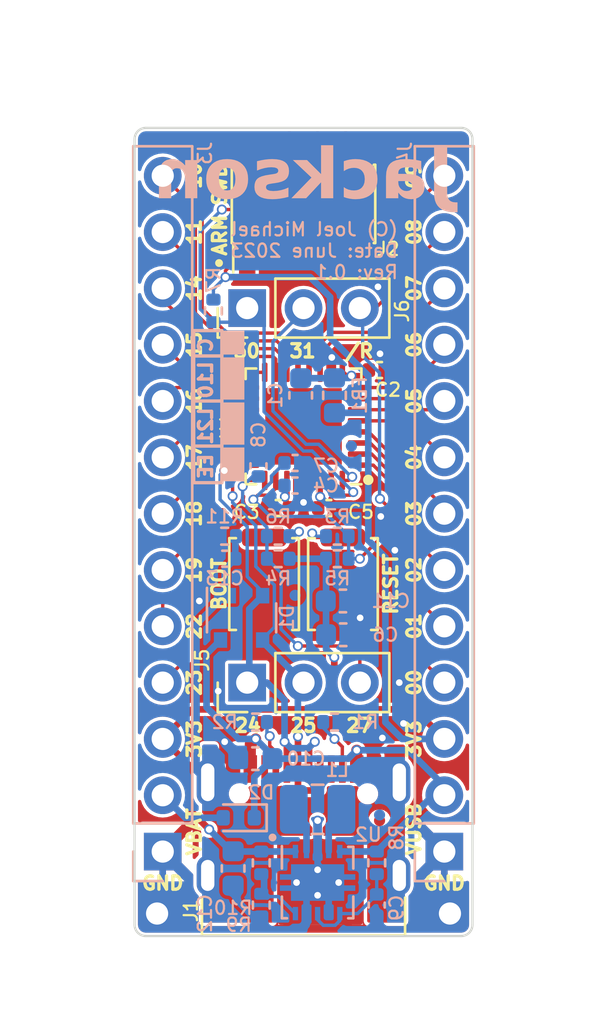
<source format=kicad_pcb>
(kicad_pcb (version 20221018) (generator pcbnew)
  (layers (0 "F.Cu" mixed) (31 "B.Cu" mixed) (34 "B.Paste" user) (35 "F.Paste" user) (36 "B.SilkS" user "B.Silkscreen") (37 "F.SilkS" user "F.Silkscreen") (38 "B.Mask" user) (39 "F.Mask" user) (44 "Edge.Cuts" user))
  (net 0 "")
  (net 3 "GNDS")
  (net 4 "GND")
  (net 5 "/UC_RESET")
  (net 6 "/UC_BOOT")
  (net 7 "/SWDIO")
  (net 8 "/SWCLK")
  (net 12 "Net-(R3-Pad2)")
  (net 13 "Net-(R6-Pad2)")
  (net 14 "/UC_TXD")
  (net 15 "/UC_RXD")
  (net 16 "+3V3")
  (net 17 "Net-(U2-EN)")
  (net 18 "VBUS")
  (net 19 "/VBATT")
  (net 20 "Net-(U2-L2)")
  (net 21 "Net-(U2-L1)")
  (net 22 "/PA19")
  (net 23 "/PA18")
  (net 24 "/PA17")
  (net 25 "/PA16")
  (net 26 "/PA15")
  (net 27 "/PA14")
  (net 28 "/PA11")
  (net 29 "/PA10")
  (net 30 "/PA09")
  (net 31 "/PA08")
  (net 32 "/PA07")
  (net 33 "/PA06")
  (net 34 "/PA05")
  (net 35 "/PA04")
  (net 36 "/PA03")
  (net 37 "/PA01")
  (net 38 "/PA00")
  (net 39 "/VCORE")
  (net 40 "Net-(U2-FB)")
  (net 41 "/VDDANA")
  (net 42 "/CC1")
  (net 43 "/CC2")
  (net 45 "/USB_D+")
  (net 46 "/USB_D-")
  (net 47 "/PA02")
  (footprint "Capacitor_SMD:C_0402_1005Metric" (layer "F.Cu") (at 116.713 125.476 180)
    (fp_text reference "C5")
    (fp_text value "0.1u 10V X7R")
  )
  (footprint "Connector_USB:USB_C_Receptacle_G-Switch_GT-USB-7010ASV" (layer "F.Cu") (at 115.57 140.97)
    (fp_text reference "J1")
    (fp_text value "USB_C_Receptacle_USB2.0")
  )
  (footprint "Fiducial:Fiducial_0.5mm_Mask1mm" (layer "F.Cu") (at 118.999 139.573)
    (fp_text reference "REF**" hide)
    (fp_text value "Fiducial_0.5mm_Mask1mm")
  )
  (footprint "Fiducial:Fiducial_0.5mm_Mask1mm" (layer "F.Cu") (at 119.634 122.174)
    (fp_text reference "REF**" hide)
    (fp_text value "Fiducial_0.5mm_Mask1mm")
  )
  (footprint "Button_Switch_SMD:SW_Push_SPST_NO_Alps_SKRK" (layer "F.Cu") (at 113.792 128.905 -90)
    (fp_text reference "SW2")
    (fp_text value "BOOT")
  )
  (footprint "Fiducial:Fiducial_0.5mm_Mask1mm" (layer "F.Cu") (at 111.887 125.73)
    (fp_text reference "REF**" hide)
    (fp_text value "Fiducial_0.5mm_Mask1mm")
  )
  (footprint "Connector_PinHeader_1.27mm:PinHeader_2x05_P1.27mm_Vertical_SMD" (layer "F.Cu") (at 115.57 111.76 90)
    (fp_text reference "J2")
    (fp_text value "Conn_ARM_JTAG_SWD_10")
  )
  (footprint "Package_DFN_QFN:QFN-32-1EP_5x5mm_P0.5mm_EP3.45x3.45mm" (layer "F.Cu") (at 115.57 121.793 180)
    (fp_text reference "U1")
    (fp_text value "ATSAML21E18B-MUT")
  )
  (footprint "Connector_PinHeader_2.54mm:PinHeader_1x03_P2.54mm_Vertical" (layer "F.Cu") (at 113.03 116.459 90)
    (fp_text reference "J6")
    (fp_text value "Conn_01x03_Pin")
  )
  (footprint "Capacitor_SMD:C_0402_1005Metric" (layer "F.Cu") (at 118.999 119.253 180)
    (fp_text reference "C2")
    (fp_text value "0.1u 10V X7R")
  )
  (footprint "Capacitor_SMD:C_0402_1005Metric" (layer "F.Cu") (at 114.427 125.476)
    (fp_text reference "C3")
    (fp_text value "0.1u 10V X7R")
  )
  (footprint "Fiducial:Fiducial_0.5mm_Mask1mm" (layer "F.Cu") (at 119.253 109.601)
    (fp_text reference "REF**" hide)
    (fp_text value "Fiducial_0.5mm_Mask1mm")
  )
  (footprint "Button_Switch_SMD:SW_Push_SPST_NO_Alps_SKRK" (layer "F.Cu") (at 117.348 128.905 90)
    (fp_text reference "SW1")
    (fp_text value "RESET")
  )
  (footprint "Connector_PinHeader_2.54mm:PinHeader_1x03_P2.54mm_Vertical" (layer "F.Cu") (at 113.03 133.35 90)
    (fp_text reference "J5")
    (fp_text value "Conn_01x03_Pin")
  )
  (footprint "Resistor_SMD:R_0402_1005Metric" (layer "B.Cu") (at 118.872 141.478 -90)
    (fp_text reference "R8")
    (fp_text value "100R")
  )
  (footprint "Diode_SMD:D_SOD-523" (layer "B.Cu") (at 112.649 139.446 180)
    (fp_text reference "D2")
    (fp_text value "NSR05T30XV2")
  )
  (footprint "Resistor_SMD:R_0402_1005Metric" (layer "B.Cu") (at 116.967 135.128)
    (fp_text reference "R1")
    (fp_text value "5.1k 1%")
  )
  (footprint "Resistor_SMD:R_0402_1005Metric" (layer "B.Cu") (at 114.427 126.746)
    (fp_text reference "R6")
    (fp_text value "1k")
  )
  (footprint "Resistor_SMD:R_0402_1005Metric" (layer "B.Cu") (at 114.427 127.762 180)
    (fp_text reference "R4")
    (fp_text value "10k")
  )
  (footprint "Capacitor_SMD:C_0603_1608Metric" (layer "B.Cu") (at 115.443 120.396 90)
    (fp_text reference "C1")
    (fp_text value "10u 10V X7R")
  )
  (footprint "Fiducial:Fiducial_0.5mm_Mask1mm" (layer "B.Cu") (at 117.729 122.682 180)
    (fp_text reference "REF**" hide)
    (fp_text value "Fiducial_0.5mm_Mask1mm")
  )
  (footprint "Fiducial:Fiducial_0.5mm_Mask1mm" (layer "B.Cu") (at 118.999 139.319 180)
    (fp_text reference "REF**" hide)
    (fp_text value "Fiducial_0.5mm_Mask1mm")
  )
  (footprint "Connector_PinHeader_2.54mm:PinHeader_1x13_P2.54mm_Vertical" (layer "B.Cu") (at 109.22 140.97)
    (fp_text reference "J3")
    (fp_text value "Conn_01x13_Pin")
  )
  (footprint "Capacitor_SMD:C_0402_1005Metric" (layer "B.Cu") (at 113.538 123.571 -90)
    (fp_text reference "C8")
    (fp_text value "0.1u 10V X7R")
  )
  (footprint "Capacitor_SMD:C_0402_1005Metric" (layer "B.Cu") (at 118.872 143.383 90)
    (fp_text reference "C9")
    (fp_text value "0.1u 10V X7R")
  )
  (footprint "Capacitor_SMD:C_0402_1005Metric" (layer "B.Cu") (at 115.189 123.444 180)
    (fp_text reference "C7")
    (fp_text value "0.1u 10V X7R")
  )
  (footprint "Inductor_SMD:L_0603_1608Metric" (layer "B.Cu") (at 116.967 120.396 90)
    (fp_text reference "FB1")
    (fp_text value "220R@100MHz")
  )
  (footprint "Connector_PinHeader_2.54mm:PinHeader_1x13_P2.54mm_Vertical" (layer "B.Cu") (at 121.92 140.97)
    (fp_text reference "J4")
    (fp_text value "Conn_01x13_Pin")
  )
  (footprint "Resistor_SMD:R_0402_1005Metric" (layer "B.Cu") (at 117.094 126.746 180)
    (fp_text reference "R3")
    (fp_text value "1k")
  )
  (footprint "Resistor_SMD:R_0402_1005Metric" (layer "B.Cu") (at 112.014 126.746 180)
    (fp_text reference "R11")
    (fp_text value "1M")
  )
  (footprint "Capacitor_SMD:C_0603_1608Metric" (layer "B.Cu") (at 117.348 129.667 180)
    (fp_text reference "C11")
    (fp_text value "10u 10V X7R")
  )
  (footprint "Inductor_SMD:L_1008_2520Metric" (layer "B.Cu") (at 116.205 139.065)
    (fp_text reference "L1")
    (fp_text value "2.2u")
  )
  (footprint "Resistor_SMD:R_0402_1005Metric" (layer "B.Cu") (at 113.665 143.383 -90)
    (fp_text reference "R9")
    (fp_text value "180k 1%")
  )
  (footprint "Resistor_SMD:R_0402_1005Metric" (layer "B.Cu") (at 111.506 116.586 -90)
    (fp_text reference "R7")
    (fp_text value "1k")
  )
  (footprint "Capacitor_SMD:C_0402_1005Metric" (layer "B.Cu") (at 115.189 124.46 180)
    (fp_text reference "C4")
    (fp_text value "1u 10V X7R")
  )
  (footprint "Package_TO_SOT_SMD:SOT-143" (layer "B.Cu") (at 112.776 130.429 -90)
    (fp_text reference "D1")
    (fp_text value "PRTR5V0U2X")
  )
  (footprint "Fiducial:Fiducial_0.5mm_Mask1mm" (layer "B.Cu") (at 115.189 129.413 180)
    (fp_text reference "REF**" hide)
    (fp_text value "Fiducial_0.5mm_Mask1mm")
  )
  (footprint "Resistor_SMD:R_0402_1005Metric" (layer "B.Cu") (at 117.094 127.762)
    (fp_text reference "R5")
    (fp_text value "10k")
  )
  (footprint "Package_SON:Texas_DRC0010J_ThermalVias" (layer "B.Cu") (at 116.205 142.367 -90)
    (fp_text reference "U2")
    (fp_text value "TPS63000")
  )
  (footprint "Capacitor_SMD:C_0402_1005Metric" (layer "B.Cu") (at 112.014 127.762 180)
    (fp_text reference "C13")
    (fp_text value "4.7n 50V X7R")
  )
  (footprint "Resistor_SMD:R_0402_1005Metric" (layer "B.Cu") (at 113.411 135.128 180)
    (fp_text reference "R2")
    (fp_text value "5.1k 1%")
  )
  (footprint "Capacitor_SMD:C_0603_1608Metric" (layer "B.Cu") (at 112.395 141.732 90)
    (fp_text reference "C12")
    (fp_text value "10u 10V X7R")
  )
  (footprint "Capacitor_SMD:C_0603_1608Metric" (layer "B.Cu") (at 113.398 136.779)
    (fp_text reference "C10")
    (fp_text value "10u 10V X7R")
  )
  (footprint "Resistor_SMD:R_0402_1005Metric" (layer "B.Cu") (at 113.665 141.478 -90)
    (fp_text reference "R10")
    (fp_text value "1M 1%")
  )
  (footprint "Capacitor_SMD:C_0603_1608Metric" (layer "B.Cu") (at 117.361 131.191 180)
    (fp_text reference "C6")
    (fp_text value "10u 10V X7R")
  )
  (gr_circle (center 114.173 140.335) (end 114.3 140.335) (stroke (width 0.1)) (fill solid) (layer "B.SilkS"))
  (gr_rect (start 111.887 117.475) (end 112.903 118.5545) (fill solid) (layer "B.SilkS"))
  (gr_rect (start 110.617 122.682) (end 111.887 124.333) (stroke (width 0.15)) (fill none) (layer "B.SilkS"))
  (gr_rect (start 110.617 118.618) (end 111.887 120.65) (stroke (width 0.15)) (fill none) (layer "B.SilkS"))
  (gr_rect (start 111.887 120.7135) (end 112.903 122.6185) (fill solid) (layer "B.SilkS"))
  (gr_rect (start 110.617 117.475) (end 111.887 118.618) (stroke (width 0.15)) (fill none) (layer "B.SilkS"))
  (gr_rect (start 110.617 120.65) (end 111.887 122.682) (stroke (width 0.15)) (fill none) (layer "B.SilkS"))
  (gr_rect (start 111.887 122.7455) (end 112.903 124.2695) (fill solid) (layer "B.SilkS"))
  (gr_rect (start 111.887 118.6815) (end 112.903 120.5865) (fill solid) (layer "B.SilkS"))
  (gr_circle (center 111.76 114.427) (end 111.887 114.427) (stroke (width 0.1)) (fill solid) (layer "F.SilkS"))
  (gr_circle (center 118.491 124.206) (end 118.6688 124.1552) (stroke (width 0.1)) (fill solid) (layer "F.SilkS"))
  (gr_arc (start 122.682 108.331) (mid 123.04121 108.47979) (end 123.19 108.839) (stroke (width 0.1)) (layer "Edge.Cuts"))
  (gr_arc (start 123.19 144.272) (mid 123.04121 144.63121) (end 122.682 144.78) (stroke (width 0.1)) (layer "Edge.Cuts"))
  (gr_arc (start 108.458 144.78) (mid 108.09879 144.63121) (end 107.95 144.272) (stroke (width 0.1)) (layer "Edge.Cuts"))
  (gr_arc (start 107.95 108.839) (mid 108.09879 108.47979) (end 108.458 108.331) (stroke (width 0.1)) (layer "Edge.Cuts"))
  (gr_line (start 107.95 144.272) (end 107.95 108.839) (stroke (width 0.1)) (layer "Edge.Cuts"))
  (gr_line (start 122.682 144.78) (end 108.458 144.78) (stroke (width 0.1)) (layer "Edge.Cuts"))
  (gr_line (start 123.19 108.839) (end 123.19 144.272) (stroke (width 0.1)) (layer "Edge.Cuts"))
  (gr_line (start 122.682 108.331) (end 108.458 108.331) (stroke (width 0.1)) (layer "Edge.Cuts"))
  (gr_text "C L10 L21 EE" (at 111.506 117.729 90) (layer "B.SilkS") (effects (font (size 0.6 0.6)) (justify left bottom mirror)))
  (gr_text "Jackson" (at 115.57 111.887) (layer "B.SilkS") (effects (font (size 2.25 2.25) (thickness 0.4) bold) (justify bottom mirror)))
  (gr_text "(C) Joel Michael\nDate: June 2023\nRev: 0.1" (at 119.888 115.189) (layer "B.SilkS") (effects (font (size 0.6 0.6) (thickness 0.1) bold) (justify left bottom mirror)))
  (gr_text "ARM SWD" (at 112.141 112.014 90) (layer "F.SilkS") (effects (font (size 0.6 0.6) (thickness 0.15) bold) (justify bottom)))
  (gr_text "19" (at 110.998 128.27 90) (layer "F.SilkS") (effects (font (size 0.6 0.6) (thickness 0.15) bold) (justify bottom)))
  (gr_text "15" (at 110.998 118.11 90) (layer "F.SilkS") (effects (font (size 0.6 0.6) (thickness 0.15) bold) (justify bottom)))
  (gr_text "06" (at 120.904 118.11 90) (layer "F.SilkS") (effects (font (size 0.6 0.6)) (justify bottom)))
  (gr_text "02" (at 120.904 128.27 90) (layer "F.SilkS") (effects (font (size 0.6 0.6)) (justify bottom)))
  (gr_text "05" (at 120.904 120.65 90) (layer "F.SilkS") (effects (font (size 0.6 0.6)) (justify bottom)))
  (gr_text "VUSB" (at 120.904 139.954 90) (layer "F.SilkS") (effects (font (size 0.6 0.6) (thickness 0.15) bold) (justify bottom)))
  (gr_text "GND" (at 109.22 142.748) (layer "F.SilkS") (effects (font (size 0.6 0.6) (thickness 0.15) bold) (justify bottom)))
  (gr_text "16" (at 110.998 120.65 90) (layer "F.SilkS") (effects (font (size 0.6 0.6) (thickness 0.15) bold) (justify bottom)))
  (gr_text "22" (at 110.998 130.81 90) (layer "F.SilkS") (effects (font (size 0.6 0.6) (thickness 0.15) bold) (justify bottom)))
  (gr_text "09" (at 120.904 110.49 90) (layer "F.SilkS") (effects (font (size 0.6 0.6)) (justify bottom)))
  (gr_text "VBAT" (at 110.99 140.08 90) (layer "F.SilkS") (effects (font (size 0.6 0.6) (thickness 0.15) bold) (justify bottom)))
  (gr_text "GND" (at 121.92 142.748) (layer "F.SilkS") (effects (font (size 0.6 0.6) (thickness 0.15) bold) (justify bottom)))
  (gr_text "07" (at 120.904 115.57 90) (layer "F.SilkS") (effects (font (size 0.6 0.6)) (justify bottom)))
  (gr_text "00" (at 120.904 133.35 90) (layer "F.SilkS") (effects (font (size 0.6 0.6)) (justify bottom)))
  (gr_text "23" (at 110.998 133.35 90) (layer "F.SilkS") (effects (font (size 0.6 0.6) (thickness 0.15) bold) (justify bottom)))
  (gr_text "17" (at 110.998 123.19 90) (layer "F.SilkS") (effects (font (size 0.6 0.6) (thickness 0.15) bold) (justify bottom)))
  (gr_text "3V3" (at 110.998 135.89 90) (layer "F.SilkS") (effects (font (size 0.6 0.6) (thickness 0.15) bold) (justify bottom)))
  (gr_text "30   31   /R" (at 115.57 118.745) (layer "F.SilkS") (effects (font (size 0.6 0.6) (thickness 0.15) bold) (justify bottom)))
  (gr_text "3V3" (at 120.904 135.89 90) (layer "F.SilkS") (effects (font (size 0.6 0.6) (thickness 0.15) bold) (justify bottom)))
  (gr_text "14" (at 110.998 115.57 90) (layer "F.SilkS") (effects (font (size 0.6 0.6) (thickness 0.15) bold) (justify bottom)))
  (gr_text "04" (at 120.904 123.19 90) (layer "F.SilkS") (effects (font (size 0.6 0.6)) (justify bottom)))
  (gr_text "08" (at 120.904 113.03 90) (layer "F.SilkS") (effects (font (size 0.6 0.6)) (justify bottom)))
  (gr_text "24   25   27" (at 115.57 135.636) (layer "F.SilkS") (effects (font (size 0.6 0.6) (thickness 0.15) bold) (justify bottom)))
  (gr_text "11" (at 110.998 113.03 90) (layer "F.SilkS") (effects (font (size 0.6 0.6) (thickness 0.15) bold) (justify bottom)))
  (gr_text "18" (at 110.998 125.73 90) (layer "F.SilkS") (effects (font (size 0.6 0.6) (thickness 0.15) bold) (justify bottom)))
  (gr_text "03" (at 120.904 125.73 90) (layer "F.SilkS") (effects (font (size 0.6 0.6)) (justify bottom)))
  (gr_text "10" (at 110.998 110.49 90) (layer "F.SilkS") (effects (font (size 0.6 0.6)) (justify bottom)))
  (gr_text "01" (at 120.904 130.81 90) (layer "F.SilkS") (effects (font (size 0.6 0.6)) (justify bottom)))
  (segment (start 119.89 137.845) (end 118.8164 138.9186) (width 0.1524) (layer "F.Cu") (net 3))
  (segment (start 112.2519 141.0431) (end 112.2519 138.8469) (width 0.1524) (layer "F.Cu") (net 3))
  (segment (start 118.8164 138.9186) (end 112.3236 138.9186) (width 0.1524) (layer "F.Cu") (net 3))
  (segment (start 112.3236 138.9186) (end 111.25 137.845) (width 0.1524) (layer "F.Cu") (net 3))
  (segment (start 111.25 142.045) (end 112.2519 141.0431) (width 0.1524) (layer "F.Cu") (net 3))
  (segment (start 119.89 142.045) (end 119.89 137.845) (width 0.1524) (layer "F.Cu") (net 3))
  (segment (start 112.2519 138.8469) (end 111.25 137.845) (width 0.1524) (layer "F.Cu") (net 3))
  (segment (start 110.744 137.339) (end 111.25 137.845) (width 0.3) (layer "B.Cu") (net 3))
  (segment (start 112.524 126.746) (end 112.494 126.776) (width 0.3) (layer "B.Cu") (net 3))
  (segment (start 112.026 129.429) (end 110.744 130.711) (width 0.3) (layer "B.Cu") (net 3))
  (segment (start 112.014 128.242) (end 112.014 129.417) (width 0.3) (layer "B.Cu") (net 3))
  (segment (start 110.744 130.711) (end 110.744 137.339) (width 0.3) (layer "B.Cu") (net 3))
  (segment (start 112.494 127.762) (end 112.014 128.242) (width 0.3) (layer "B.Cu") (net 3))
  (segment (start 112.014 129.417) (end 112.026 129.429) (width 0.3) (layer "B.Cu") (net 3))
  (segment (start 112.494 126.776) (end 112.494 127.762) (width 0.3) (layer "B.Cu") (net 3))
  (segment (start 119.020029 118.518) (end 117.012392 118.518) (width 0.3) (layer "F.Cu") (net 4))
  (segment (start 113.947 125.476) (end 114.5344 126.0634) (width 0.25) (layer "F.Cu") (net 4))
  (segment (start 116.84 118.690392) (end 116.845445 118.684947) (width 0.1524) (layer "F.Cu") (net 4))
  (segment (start 116.84 119.3355) (end 116.84 118.690392) (width 0.1524) (layer "F.Cu") (net 4))
  (segment (start 118.77 137.245) (end 118.77 136.2021) (width 0.5) (layer "F.Cu") (net 4))
  (segment (start 114.486 130.429) (end 118.123 130.429) (width 0.1524) (layer "F.Cu") (net 4))
  (segment (start 116.205 141.792) (end 115.83 141.792) (width 0.1524) (layer "F.Cu") (net 4))
  (segment (start 116.58 141.792) (end 117.155 142.367) (width 0.1524) (layer "F.Cu") (net 4))
  (segment (start 119.479 118.976971) (end 119.020029 118.518) (width 0.3) (layer "F.Cu") (net 4))
  (segment (start 120.6984 144.4776) (end 117.740596 144.4776) (width 0.3) (layer "F.Cu") (net 4))
  (segment (start 119.4239 135.8461) (end 119.126 135.8461) (width 0.1524) (layer "F.Cu") (net 4))
  (segment (start 115.83 142.942) (end 116.204998 142.942) (width 0.1524) (layer "F.Cu") (net 4))
  (segment (start 118.123 130.429) (end 118.123 128.9469) (width 0.1524) (layer "F.Cu") (net 4))
  (segment (start 114.669398 144.4776) (end 116.204998 142.942) (width 0.3) (layer "F.Cu") (net 4))
  (segment (start 115.219893 126.0634) (end 115.57 125.713293) (width 0.25) (layer "F.Cu") (net 4))
  (segment (start 116.0892 115.3132) (end 118.7422 115.3132) (width 0.1524) (layer "F.Cu") (net 4))
  (segment (start 116.205 141.792) (end 116.58 141.792) (width 0.1524) (layer "F.Cu") (net 4))
  (segment (start 115.255 142.367) (end 115.83 142.942) (width 0.1524) (layer "F.Cu") (net 4))
  (segment (start 117.193 125.476) (end 116.6056 126.0634) (width 0.25) (layer "F.Cu") (net 4))
  (segment (start 116.205 141.665) (end 116.205 139.573) (width 0.1524) (layer "F.Cu") (net 4))
  (segment (start 115.57 125.713293) (end 115.57 125.222) (width 0.25) (layer "F.Cu") (net 4))
  (segment (start 119.020029 118.518) (end 119.020028 118.517999) (width 0.1524) (layer "F.Cu") (net 4))
  (segment (start 120.643654 139.693654) (end 120.643654 135.756654) (width 0.1524) (layer "F.Cu") (net 4))
  (segment (start 119.888 133.35) (end 119.888 132.194) (width 0.1524) (layer "F.Cu") (net 4))
  (segment (start 109.22 140.97) (end 109.22 143.129) (width 0.3) (layer "F.Cu") (net 4))
  (segment (start 111.6995 130.4955) (end 111.6995 133.707699) (width 0.1524) (layer "F.Cu") (net 4))
  (segment (start 113.792 131.005) (end 112.209 131.005) (width 0.1524) (layer "F.Cu") (net 4))
  (segment (start 121.92 140.97) (end 120.643654 139.693654) (width 0.1524) (layer "F.Cu") (net 4))
  (segment (start 115.83 141.792) (end 115.255 142.367) (width 0.1524) (layer "F.Cu") (net 4))
  (segment (start 118.426199 135.146299) (end 119.126 135.8461) (width 0.3) (layer "F.Cu") (net 4))
  (segment (start 120.643654 135.756654) (end 120.0785 135.1915) (width 0.1524) (layer "F.Cu") (net 4))
  (segment (start 120.0785 135.1915) (end 119.4239 135.8461) (width 0.1524) (layer "F.Cu") (net 4))
  (segment (start 115.57 114.794) (end 116.0892 115.3132) (width 0.1524) (layer "F.Cu") (net 4))
  (segment (start 109.22 143.129) (end 110.5686 144.4776) (width 0.3) (layer "F.Cu") (net 4))
  (segment (start 116.58 142.942) (end 117.155 142.367) (width 0.1524) (layer "F.Cu") (net 4))
  (segment (start 121.92 140.97) (end 121.92 143.256) (width 0.3) (layer "F.Cu") (net 4))
  (segment (start 121.92 143.256) (end 120.6984 144.4776) (width 0.3) (layer "F.Cu") (net 4))
  (segment (start 111.6995 130.4955) (end 110.871 129.667) (width 0.1524) (layer "F.Cu") (net 4))
  (segment (start 115.83 142.942) (end 116.204996 142.942) (width 0.1524) (layer "F.Cu") (net 4))
  (segment (start 118.7422 115.3132) (end 118.9269 115.4979) (width 0.1524) (layer "F.Cu") (net 4))
  (segment (start 116.204996 142.942) (end 116.58 142.942) (width 0.1524) (layer "F.Cu") (net 4))
  (segment (start 112.884701 135.146299) (end 118.426199 135.146299) (width 0.3) (layer "F.Cu") (net 4))
  (segment (start 114.5344 126.0634) (end 115.219893 126.0634) (width 0.25) (layer "F.Cu") (net 4))
  (segment (start 112.209 131.005) (end 111.6995 130.4955) (width 0.1524) (layer "F.Cu") (net 4))
  (segment (start 111.6995 133.707699) (end 111.722801 133.731) (width 0.1524) (layer "F.Cu") (net 4))
  (segment (start 110.5686 144.4776) (end 114.669398 144.4776) (width 0.3) (layer "F.Cu") (net 4))
  (segment (start 116.6056 126.0634) (end 115.920107 126.0634) (width 0.25) (layer "F.Cu") (net 4))
  (segment (start 113.851 131.064) (end 114.486 130.429) (width 0.1524) (layer "F.Cu") (net 4))
  (segment (start 112.014 136.017) (end 112.884701 135.146299) (width 0.3) (layer "F.Cu") (net 4))
  (segment (start 118.77 136.2021) (end 119.126 135.8461) (width 0.5) (layer "F.Cu") (net 4))
  (segment (start 117.740596 144.4776) (end 116.204996 142.942) (width 0.3) (layer "F.Cu") (net 4))
  (segment (start 117.193 125.476) (end 118.6729 125.476) (width 0.1524) (layer "F.Cu") (net 4))
  (segment (start 115.920107 126.0634) (end 115.57 125.713293) (width 0.25) (layer "F.Cu") (net 4))
  (segment (start 114.3 113.964) (end 115.57 113.964) (width 0.1524) (layer "F.Cu") (net 4))
  (segment (start 119.888 132.194) (end 118.123 130.429) (width 0.1524) (layer "F.Cu") (net 4))
  (segment (start 118.123 128.9469) (end 119.6889 127.381) (width 0.1524) (layer "F.Cu") (net 4))
  (segment (start 118.9269 115.4979) (end 118.9269 115.499866) (width 0.1524) (layer "F.Cu") (net 4))
  (segment (start 118.6729 125.476) (end 119.0539 125.857) (width 0.1524) (layer "F.Cu") (net 4))
  (segment (start 112.37 136.966822) (end 112.014 136.610822) (width 0.5) (layer "F.Cu") (net 4))
  (segment (start 112.014 136.610822) (end 112.014 136.017) (width 0.5) (layer "F.Cu") (net 4))
  (segment (start 115.32 124.972) (end 115.57 125.222) (width 0.25) (layer "F.Cu") (net 4))
  (segment (start 117.012392 118.518) (end 116.845445 118.684947) (width 0.3) (layer "F.Cu") (net 4))
  (segment (start 115.32 124.2305) (end 115.32 124.972) (width 0.25) (layer "F.Cu") (net 4))
  (segment (start 119.479 119.253) (end 119.479 118.976971) (width 0.3) (layer "F.Cu") (net 4))
  (via (at 116.205 139.573) (size 0.45) (drill 0.3) (layers "F.Cu" "B.Cu") (net 4))
  (via (at 112.014 136.017) (size 0.45) (drill 0.3) (layers "F.Cu" "B.Cu") (net 4))
  (via (at 120.0785 135.1915) (size 0.45) (drill 0.3) (layers "F.Cu" "B.Cu") (net 4))
  (via (at 116.845445 118.684947) (size 0.45) (drill 0.3) (layers "F.Cu" "B.Cu") (net 4))
  (via (at 108.966 143.764) (size 1.15) (drill 1) (layers "F.Cu" "B.Cu") (net 4))
  (via (at 118.123 130.429) (size 0.45) (drill 0.3) (layers "F.Cu" "B.Cu") (net 4))
  (via (at 119.6889 127.381) (size 0.45) (drill 0.3) (layers "F.Cu" "B.Cu") (net 4))
  (via (at 115.57 125.222) (size 0.45) (drill 0.3) (layers "F.Cu" "B.Cu") (net 4))
  (via (at 119.0539 125.857) (size 0.45) (drill 0.3) (layers "F.Cu" "B.Cu") (net 4))
  (via (at 119.888 133.35) (size 0.45) (drill 0.3) (layers "F.Cu" "B.Cu") (net 4))
  (via (at 110.871 129.667) (size 0.45) (drill 0.3) (layers "F.Cu" "B.Cu") (net 4))
  (via (at 122.174 143.764) (size 1.15) (drill 1) (layers "F.Cu" "B.Cu") (net 4))
  (via (at 111.722801 133.731) (size 0.45) (drill 0.3) (layers "F.Cu" "B.Cu") (net 4))
  (via (at 118.9269 115.499866) (size 0.45) (drill 0.3) (layers "F.Cu" "B.Cu") (net 4))
  (via (at 119.126 135.8461) (size 0.45) (drill 0.3) (layers "F.Cu" "B.Cu") (net 4))
  (via (at 119.020028 118.517999) (size 0.45) (drill 0.3) (layers "F.Cu" "B.Cu") (net 4))
  (segment (start 113.286 143.893) (end 113.792 143.893) (width 0.3) (layer "B.Cu") (net 4))
  (segment (start 114.396604 122.8578) (end 114.163404 123.091) (width 0.1524) (layer "B.Cu") (net 4))
  (segment (start 113.792 143.893) (end 113.792 144.4776) (width 0.3) (layer "B.Cu") (net 4))
  (segment (start 119.0539 126.746) (end 119.6889 127.381) (width 0.1524) (layer "B.Cu") (net 4))
  (segment (start 121.92 143.256) (end 121.92 140.97) (width 0.3) (layer "B.Cu") (net 4))
  (segment (start 111.504 123.573) (end 111.504 126.746) (width 0.1524) (layer "B.Cu") (net 4))
  (segment (start 115.443 121.171) (end 114.618 120.346) (width 0.3) (layer "B.Cu") (net 4))
  (segment (start 115.669 123.444) (end 115.0828 122.8578) (width 0.1524) (layer "B.Cu") (net 4))
  (segment (start 111.534 126.776) (end 111.534 127.762) (width 0.1524) (layer "B.Cu") (net 4))
  (segment (start 111.534 127.762) (end 110.871 128.425) (width 0.1524) (layer "B.Cu") (net 4))
  (segment (start 112.623 136.779) (end 112.014 136.17) (width 0.3) (layer "B.Cu") (net 4))
  (segment (start 114.618 120.346) (end 114.618 119.157827) (width 0.3) (layer "B.Cu") (net 4))
  (segment (start 112.522 143.129) (end 113.286 143.893) (width 0.3) (layer "B.Cu") (net 4))
  (segment (start 109.22 143.129) (end 110.568601 144.4776) (width 0.3) (layer "B.Cu") (net 4))
  (segment (start 119.888 135.001) (end 120.0785 135.1915) (width 0.1524) (layer "B.Cu") (net 4))
  (segment (start 117.348 144.4776) (end 120.6984 144.4776) (width 0.3) (layer "B.Cu") (net 4))
  (segment (start 119.0539 125.857) (end 119.0539 126.746) (width 0.1524) (layer "B.Cu") (net 4))
  (segment (start 112.901 135.128) (end 112.5032 135.128) (width 0.3) (layer "B.Cu") (net 4))
  (segment (start 109.22 140.97) (end 109.22 143.129) (width 0.3) (layer "B.Cu") (net 4))
  (segment (start 120.6984 144.4776) (end 121.92 143.256) (width 0.3) (layer "B.Cu") (net 4))
  (segment (start 119.888 133.35) (end 119.888 135.001) (width 0.1524) (layer "B.Cu") (net 4))
  (segment (start 119.0539 125.857) (end 119.471 125.4399) (width 0.1524) (layer "B.Cu") (net 4))
  (segment (start 110.871 128.425) (end 110.871 129.667) (width 0.1524) (layer "B.Cu") (net 4))
  (segment (start 114.618 119.157827) (end 115.09088 118.684947) (width 0.3) (layer "B.Cu") (net 4))
  (segment (start 114.163404 123.091) (end 111.986 123.091) (width 0.1524) (layer "B.Cu") (net 4))
  (segment (start 117.477 135.128) (end 118.4079 135.128) (width 0.1524) (layer "B.Cu") (net 4))
  (segment (start 110.568601 144.4776) (end 115.5192 144.4776) (width 0.3) (layer "B.Cu") (net 4))
  (segment (start 112.014 136.17) (end 112.014 136.017) (width 0.3) (layer "B.Cu") (net 4))
  (segment (start 116.705 143.767) (end 116.705 142.994) (width 0.3) (layer "B.Cu") (net 4))
  (segment (start 118.872 144.4776) (end 118.872 143.99) (width 0.3) (layer "B.Cu") (net 4))
  (segment (start 115.697 124.587) (end 115.697 123.472) (width 0.1524) (layer "B.Cu") (net 4))
  (segment (start 119.385 115.957966) (end 118.9269 115.499866) (width 0.1524) (layer "B.Cu") (net 4))
  (segment (start 112.522 142.507) (end 112.522 143.129) (width 0.3) (layer "B.Cu") (net 4))
  (segment (start 115.705 144.2918) (end 115.705 142.994) (width 0.3) (layer "B.Cu") (net 4))
  (segment (start 119.020028 118.517999) (end 119.385 118.153027) (width 0.1524) (layer "B.Cu") (net 4))
  (segment (start 116.451 141.792) (end 116.205 141.546) (width 0.3) (layer "B.Cu") (net 4))
  (segment (start 115.09088 118.684947) (end 116.845445 118.684947) (width 0.3) (layer "B.Cu") (net 4))
  (segment (start 118.4079 135.128) (end 119.126 135.8461) (width 0.1524) (layer "B.Cu") (net 4))
  (segment (start 116.205 141.546) (end 116.205 139.573) (width 0.3) (layer "B.Cu") (net 4))
  (segment (start 111.986 123.091) (end 111.504 123.573) (width 0.1524) (layer "B.Cu") (net 4))
  (segment (start 115.5192 144.4776) (end 115.705 144.2918) (width 0.3) (layer "B.Cu") (net 4))
  (segment (start 118.123 129.667) (end 118.123 130.429) (width 0.3) (layer "B.Cu") (net 4))
  (segment (start 118.123 131.318) (end 118.123 130.429) (width 0.3) (layer "B.Cu") (net 4))
  (segment (start 119.385 118.153027) (end 119.385 115.957966) (width 0.1524) (layer "B.Cu") (net 4))
  (segment (start 112.5032 135.128) (end 111.722801 134.347601) (width 0.3) (layer "B.Cu") (net 4))
  (segment (start 119.471 118.968971) (end 119.020028 118.517999) (width 0.1524) (layer "B.Cu") (net 4))
  (segment (start 115.0828 122.8578) (end 114.396604 122.8578) (width 0.1524) (layer "B.Cu") (net 4))
  (segment (start 111.722801 134.347601) (end 111.722801 133.731) (width 0.3) (layer "B.Cu") (net 4))
  (segment (start 119.471 125.4399) (end 119.471 118.968971) (width 0.1524) (layer "B.Cu") (net 4))
  (segment (start 111.504 126.746) (end 111.534 126.776) (width 0.1524) (layer "B.Cu") (net 4))
  (segment (start 114.003078 124.8966) (end 113.506668 124.8966) (width 0.1524) (layer "F.Cu") (net 5))
  (segment (start 119.507 126.365) (end 118.11 127.762) (width 0.1524) (layer "F.Cu") (net 5))
  (segment (start 113.506668 124.8966) (end 113.308268 125.095) (width 0.1524) (layer "F.Cu") (net 5))
  (segment (start 119.38 115.897804) (end 119.38 111.334) (width 0.1524) (layer "F.Cu") (net 5))
  (segment (start 118.691804 116.586) (end 119.38 115.897804) (width 0.1524) (layer "F.Cu") (net 5))
  (segment (start 119.0179 125.058451) (end 119.507 125.547551) (width 0.1524) (layer "F.Cu") (net 5))
  (segment (start 119.507 125.547551) (end 119.507 126.365) (width 0.1524) (layer "F.Cu") (net 5))
  (segment (start 114.32 124.579678) (end 114.003078 124.8966) (width 0.1524) (layer "F.Cu") (net 5))
  (segment (start 119.38 111.334) (end 118.11 110.064) (width 0.1524) (layer "F.Cu") (net 5))
  (via (at 119.0179 125.058451) (size 0.45) (drill 0.3) (layers "F.Cu" "B.Cu") (net 5))
  (via (at 113.308268 125.095) (size 0.45) (drill 0.3) (layers "F.Cu" "B.Cu") (net 5))
  (via (at 118.11 127.762) (size 0.45) (drill 0.3) (layers "F.Cu" "B.Cu") (net 5))
  (segment (start 114.070268 125.857) (end 113.308268 125.095) (width 0.1524) (layer "B.Cu") (net 5))
  (segment (start 118.237 116.586) (end 118.237 118.618) (width 0.1524) (layer "B.Cu") (net 5))
  (segment (start 118.237 118.618) (end 118.999 119.38) (width 0.1524) (layer "B.Cu") (net 5))
  (segment (start 114.1242 124.0288) (end 114.1242 124.296079) (width 0.1524) (layer "B.Cu") (net 5))
  (segment (start 116.715 125.857) (end 114.070268 125.857) (width 0.1524) (layer "B.Cu") (net 5))
  (segment (start 118.999 125.039551) (end 119.0179 125.058451) (width 0.1524) (layer "B.Cu") (net 5))
  (segment (start 114.1242 124.296079) (end 113.325279 125.095) (width 0.1524) (layer "B.Cu") (net 5))
  (segment (start 114.709 123.444) (end 114.1242 124.0288) (width 0.1524) (layer "B.Cu") (net 5))
  (segment (start 117.604 127.762) (end 118.11 127.762) (width 0.1524) (layer "B.Cu") (net 5))
  (segment (start 113.325279 125.095) (end 113.308268 125.095) (width 0.1524) (layer "B.Cu") (net 5))
  (segment (start 118.999 119.38) (end 118.999 125.039551) (width 0.1524) (layer "B.Cu") (net 5))
  (segment (start 117.604 126.746) (end 117.604 127.762) (width 0.1524) (layer "B.Cu") (net 5))
  (segment (start 117.604 126.746) (end 116.715 125.857) (width 0.1524) (layer "B.Cu") (net 5))
  (segment (start 118.11 132.147919) (end 118.11 133.35) (width 0.1524) (layer "F.Cu") (net 6))
  (segment (start 113.82 124.2305) (end 113.094682 124.2305) (width 0.1524) (layer "F.Cu") (net 6))
  (segment (start 117.661081 131.699) (end 118.11 132.147919) (width 0.1524) (layer "F.Cu") (net 6))
  (segment (start 115.316 131.699) (end 117.661081 131.699) (width 0.1524) (layer "F.Cu") (net 6))
  (segment (start 113.094682 124.2305) (end 112.82513 124.500052) (width 0.1524) (layer "F.Cu") (net 6))
  (via (at 112.82513 124.500052) (size 0.45) (drill 0.3) (layers "F.Cu" "B.Cu") (net 6))
  (via (at 115.316 131.699) (size 0.45) (drill 0.3) (layers "F.Cu" "B.Cu") (net 6))
  (segment (start 113.919 126.748) (end 113.917 126.746) (width 0.1524) (layer "B.Cu") (net 6))
  (segment (start 113.917 127.762) (end 113.917 127.635) (width 0.1524) (layer "B.Cu") (net 6))
  (segment (start 113.917 126.344513) (end 112.82513 125.252643) (width 0.1524) (layer "B.Cu") (net 6))
  (segment (start 113.917 127.635) (end 113.919 127.633) (width 0.1524) (layer "B.Cu") (net 6))
  (segment (start 114.558901 130.941901) (end 114.558901 128.403901) (width 0.1524) (layer "B.Cu") (net 6))
  (segment (start 115.316 131.699) (end 114.558901 130.941901) (width 0.1524) (layer "B.Cu") (net 6))
  (segment (start 113.917 126.746) (end 113.917 126.344513) (width 0.1524) (layer "B.Cu") (net 6))
  (segment (start 114.558901 128.403901) (end 113.917 127.762) (width 0.1524) (layer "B.Cu") (net 6))
  (segment (start 112.82513 125.252643) (end 112.82513 124.500052) (width 0.1524) (layer "B.Cu") (net 6))
  (segment (start 113.919 127.633) (end 113.919 126.748) (width 0.1524) (layer "B.Cu") (net 6))
  (segment (start 113.274182 124.051) (end 112.82513 124.500052) (width 0.1524) (layer "B.Cu") (net 6))
  (segment (start 113.538 124.051) (end 113.274182 124.051) (width 0.1524) (layer "B.Cu") (net 6))
  (segment (start 117.60344 124.2305) (end 117.7655 124.06844) (width 0.1524) (layer "F.Cu") (net 7))
  (segment (start 114.5708 117.5852) (end 112.108695 117.5852) (width 0.1524) (layer "F.Cu") (net 7))
  (segment (start 117.32 124.2305) (end 117.60344 124.2305) (width 0.1524) (layer "F.Cu") (net 7))
  (segment (start 110.998 112.096) (end 113.03 110.064) (width 0.1524) (layer "F.Cu") (net 7))
  (segment (start 112.108695 117.5852) (end 110.998 116.474505) (width 0.1524) (layer "F.Cu") (net 7))
  (segment (start 115.57 116.586) (end 114.5708 117.5852) (width 0.1524) (layer "F.Cu") (net 7))
  (segment (start 110.998 116.474505) (end 110.998 112.096) (width 0.1524) (layer "F.Cu") (net 7))
  (via (at 117.7655 124.06844) (size 0.45) (drill 0.3) (layers "F.Cu" "B.Cu") (net 7))
  (segment (start 116.251099 122.601099) (end 117.71844 124.06844) (width 0.1524) (layer "B.Cu") (net 7))
  (segment (start 114.1918 117.9642) (end 114.1918 121.103604) (width 0.1524) (layer "B.Cu") (net 7))
  (segment (start 115.689295 122.601099) (end 116.251099 122.601099) (width 0.1524) (layer "B.Cu") (net 7))
  (segment (start 117.71844 124.06844) (end 117.7655 124.06844) (width 0.1524) (layer "B.Cu") (net 7))
  (segment (start 115.57 116.586) (end 114.1918 117.9642) (width 0.1524) (layer "B.Cu") (net 7))
  (segment (start 114.1918 121.103604) (end 115.689295 122.601099) (width 0.1524) (layer "B.Cu") (net 7))
  (segment (start 113.281732 112.014) (end 111.887 112.014) (width 0.1524) (layer "F.Cu") (net 8))
  (segment (start 114.3 110.995732) (end 113.281732 112.014) (width 0.1524) (layer "F.Cu") (net 8))
  (segment (start 117.6734 124.8966) (end 117.813139 124.756861) (width 0.1524) (layer "F.Cu") (net 8))
  (segment (start 116.82 124.2305) (end 116.82 124.646994) (width 0.1524) (layer "F.Cu") (net 8))
  (segment (start 116.82 124.646994) (end 117.069606 124.8966) (width 0.1524) (layer "F.Cu") (net 8))
  (segment (start 117.069606 124.8966) (end 117.6734 124.8966) (width 0.1524) (layer "F.Cu") (net 8))
  (via (at 111.887 112.014) (size 0.45) (drill 0.3) (layers "F.Cu" "B.Cu") (net 8))
  (via (at 117.813139 124.756861) (size 0.45) (drill 0.3) (layers "F.Cu" "B.Cu") (net 8))
  (segment (start 112.393 117.096) (end 111.506 117.096) (width 0.1524) (layer "B.Cu") (net 8))
  (segment (start 113.792 117.221) (end 113.792 121.13415) (width 0.1524) (layer "B.Cu") (net 8))
  (segment (start 110.9098 112.9912) (end 111.887 112.014) (width 0.1524) (layer "B.Cu") (net 8))
  (segment (start 110.9098 116.4998) (end 110.9098 112.9912) (width 0.1524) (layer "B.Cu") (net 8))
  (segment (start 115.961678 122.9054) (end 117.813139 124.756861) (width 0.1524) (layer "B.Cu") (net 8))
  (segment (start 111.506 117.096) (end 110.9098 116.4998) (width 0.1524) (layer "B.Cu") (net 8))
  (segment (start 115.56325 122.9054) (end 115.961678 122.9054) (width 0.1524) (layer "B.Cu") (net 8))
  (segment (start 113.792 121.13415) (end 115.56325 122.9054) (width 0.1524) (layer "B.Cu") (net 8))
  (segment (start 117.348 126.805) (end 116.146601 126.805) (width 0.1524) (layer "F.Cu") (net 12))
  (segment (start 116.146601 126.805) (end 115.962013 126.620412) (width 0.1524) (layer "F.Cu") (net 12))
  (via (at 115.962013 126.620412) (size 0.45) (drill 0.3) (layers "F.Cu" "B.Cu") (net 12))
  (segment (start 116.711 126.746) (end 116.087601 126.746) (width 0.1524) (layer "B.Cu") (net 12))
  (segment (start 116.087601 126.746) (end 115.962013 126.620412) (width 0.1524) (layer "B.Cu") (net 12))
  (segment (start 115.103864 126.805) (end 115.364997 126.543867) (width 0.1524) (layer "F.Cu") (net 13))
  (segment (start 113.919 126.805) (end 115.103864 126.805) (width 0.1524) (layer "F.Cu") (net 13))
  (via (at 115.364997 126.543867) (size 0.45) (drill 0.3) (layers "F.Cu" "B.Cu") (net 13))
  (segment (start 114.812 126.746) (end 115.162864 126.746) (width 0.1524) (layer "B.Cu") (net 13))
  (segment (start 115.162864 126.746) (end 115.364997 126.543867) (width 0.1524) (layer "B.Cu") (net 13))
  (segment (start 110.948198 122.809456) (end 110.948198 126.972854) (width 0.1524) (layer "F.Cu") (net 14))
  (segment (start 113.1325 122.043) (end 111.714654 122.043) (width 0.1524) (layer "F.Cu") (net 14))
  (segment (start 110.2986 127.622452) (end 110.2986 128.716771) (width 0.1524) (layer "F.Cu") (net 14))
  (segment (start 110.948198 126.972854) (end 110.2986 127.622452) (width 0.1524) (layer "F.Cu") (net 14))
  (segment (start 110.2986 128.716771) (end 109.22 129.795371) (width 0.1524) (layer "F.Cu") (net 14))
  (segment (start 109.22 129.795371) (end 109.22 130.81) (width 0.1524) (layer "F.Cu") (net 14))
  (segment (start 111.714654 122.043) (end 110.948198 122.809456) (width 0.1524) (layer "F.Cu") (net 14))
  (segment (start 113.1325 122.543) (end 111.645 122.543) (width 0.1524) (layer "F.Cu") (net 15))
  (segment (start 110.363 132.207) (end 109.22 133.35) (width 0.1524) (layer "F.Cu") (net 15))
  (segment (start 111.252499 128.193218) (end 110.363 129.082717) (width 0.1524) (layer "F.Cu") (net 15))
  (segment (start 110.363 129.082717) (end 110.363 132.207) (width 0.1524) (layer "F.Cu") (net 15))
  (segment (start 111.252499 122.935501) (end 111.252499 128.193218) (width 0.1524) (layer "F.Cu") (net 15))
  (segment (start 111.645 122.543) (end 111.252499 122.935501) (width 0.1524) (layer "F.Cu") (net 15))
  (segment (start 110.4 138.176) (end 110.395 138.181) (width 0.25) (layer "F.Cu") (net 16))
  (segment (start 110.4 137.07) (end 110.4 138.176) (width 0.3) (layer "F.Cu") (net 16))
  (segment (start 116.32 125.309) (end 116.32 124.968) (width 0.25) (layer "F.Cu") (net 16))
  (segment (start 116.967 134.556767) (end 120.586767 134.556767) (width 0.3) (layer "F.Cu") (net 16))
  (segment (start 110.395 138.659) (end 110.399999 138.663999) (width 0.25) (layer "F.Cu") (net 16))
  (segment (start 109.22 135.89) (end 110.4 137.07) (width 0.3) (layer "F.Cu") (net 16))
  (segment (start 109.22 135.89) (end 110.553233 134.556767) (width 0.3) (layer "F.Cu") (net 16))
  (segment (start 120.586767 134.556767) (end 121.92 135.89) (width 0.3) (layer "F.Cu") (net 16))
  (segment (start 116.9576 134.547367) (end 116.9576 132.207) (width 0.3) (layer "F.Cu") (net 16))
  (segment (start 112.050549 114.771451) (end 112.050549 115.062) (width 0.1524) (layer "F.Cu") (net 16))
  (segment (start 116.967 134.556767) (end 116.9576 134.547367) (width 0.3) (layer "F.Cu") (net 16))
  (segment (start 116.32 124.2305) (end 116.32 125.309) (width 0.25) (layer "F.Cu") (net 16))
  (segment (start 110.395 138.181) (end 110.395 138.659) (width 0.25) (layer "F.Cu") (net 16))
  (segment (start 110.399999 138.663999) (end 110.399999 139.057399) (width 0.3) (layer "F.Cu") (net 16))
  (segment (start 112.858 113.964) (end 112.050549 114.771451) (width 0.1524) (layer "F.Cu") (net 16))
  (segment (start 110.399999 139.057399) (end 111.3155 139.9729) (width 0.3) (layer "F.Cu") (net 16))
  (segment (start 110.553233 134.556767) (end 116.967 134.556767) (width 0.3) (layer "F.Cu") (net 16))
  (via (at 116.9576 132.207) (size 0.45) (drill 0.3) (layers "F.Cu" "B.Cu") (net 16))
  (via (at 116.32 124.968) (size 0.45) (drill 0.3) (layers "F.Cu" "B.Cu") (net 16))
  (via (at 111.3155 139.9729) (size 0.45) (drill 0.3) (layers "F.Cu" "B.Cu") (net 16))
  (via (at 112.050549 115.062) (size 0.45) (drill 0.3) (layers "F.Cu" "B.Cu") (net 16))
  (segment (start 116.586 131.8354) (end 116.9576 132.207) (width 0.3) (layer "B.Cu") (net 16))
  (segment (start 116.77 115.961943) (end 115.870057 115.062) (width 0.3) (layer "B.Cu") (net 16))
  (segment (start 111.506 115.606549) (end 112.050549 115.062) (width 0.1524) (layer "B.Cu") (net 16))
  (segment (start 111.506 116.076) (end 111.506 115.606549) (width 0.1524) (layer "B.Cu") (net 16))
  (segment (start 114.81 127.762) (end 116.711 127.762) (width 0.3) (layer "B.Cu") (net 16))
  (segment (start 116.711 127.762) (end 116.586 127.887) (width 0.3) (layer "B.Cu") (net 16))
  (segment (start 119.2624 127.69965) (end 119.2624 135.1374) (width 0.3) (layer "B.Cu") (net 16))
  (segment (start 118.491 125.349) (end 116.701 125.349) (width 0.3) (layer "B.Cu") (net 16))
  (segment (start 116.701 125.349) (end 116.32 124.968) (width 0.3) (layer "B.Cu") (net 16))
  (segment (start 116.586 127.887) (end 116.586 131.8354) (width 0.3) (layer "B.Cu") (net 16))
  (segment (start 118.491 125.603) (end 118.491 126.92825) (width 0.3) (layer "B.Cu") (net 16))
  (segment (start 118.491 125.603) (end 118.491 125.349) (width 0.3) (layer "B.Cu") (net 16))
  (segment (start 118.491 119.507) (end 116.77 117.786) (width 0.3) (layer "B.Cu") (net 16))
  (segment (start 118.491 125.603) (end 118.491 119.507) (width 0.3) (layer "B.Cu") (net 16))
  (segment (start 120.015 135.89) (end 121.92 135.89) (width 0.3) (layer "B.Cu") (net 16))
  (segment (start 112.2996 140.957) (end 111.3155 139.9729) (width 0.3) (layer "B.Cu") (net 16))
  (segment (start 115.205 140.967) (end 112.532 140.967) (width 0.3) (layer "B.Cu") (net 16))
  (segment (start 119.2624 135.1374) (end 120.015 135.89) (width 0.3) (layer "B.Cu") (net 16))
  (segment (start 115.870057 115.062) (end 112.050549 115.062) (width 0.3) (layer "B.Cu") (net 16))
  (segment (start 118.491 121.1835) (end 116.967 121.1835) (width 0.3) (layer "B.Cu") (net 16))
  (segment (start 118.491 126.92825) (end 119.2624 127.69965) (width 0.3) (layer "B.Cu") (net 16))
  (segment (start 116.77 117.786) (end 116.77 115.961943) (width 0.3) (layer "B.Cu") (net 16))
  (segment (start 116.459 144.2956) (end 116.995284 144.2956) (width 0.1524) (layer "B.Cu") (net 17))
  (segment (start 117.332 143.767) (end 118.008 143.767) (width 0.1524) (layer "B.Cu") (net 17))
  (segment (start 116.995284 144.2956) (end 117.205 144.085884) (width 0.1524) (layer "B.Cu") (net 17))
  (segment (start 117.205 144.085884) (end 117.205 143.767) (width 0.1524) (layer "B.Cu") (net 17))
  (segment (start 116.205 143.767) (end 116.205 144.0416) (width 0.1524) (layer "B.Cu") (net 17))
  (segment (start 116.205 144.0416) (end 116.459 144.2956) (width 0.1524) (layer "B.Cu") (net 17))
  (segment (start 118.008 143.767) (end 118.872 142.903) (width 0.1524) (layer "B.Cu") (net 17))
  (segment (start 118.872 142.903) (end 118.872 141.988) (width 0.1524) (layer "B.Cu") (net 17))
  (segment (start 113.17 136.131) (end 113.411 135.89) (width 0.5) (layer "F.Cu") (net 18))
  (segment (start 117.97 137.245) (end 117.97 136.398) (width 0.5) (layer "F.Cu") (net 18))
  (segment (start 113.17 137.245) (end 113.17 136.131) (width 0.5) (layer "F.Cu") (net 18))
  (via (at 113.411 135.89) (size 0.45) (drill 0.3) (layers "F.Cu" "B.Cu") (net 18))
  (via (at 117.97 136.398) (size 0.45) (drill 0.3) (layers "F.Cu" "B.Cu") (net 18))
  (segment (start 114.173 136.779) (end 114.173 136.652) (width 0.3) (layer "B.Cu") (net 18))
  (segment (start 111.195901 134.459786) (end 112.316017 135.579901) (width 0.3) (layer "B.Cu") (net 18))
  (segment (start 113.349 139.446) (end 113.349 137.603) (width 0.3) (layer "B.Cu") (net 18))
  (segment (start 112.334111 135.579901) (end 112.64421 135.89) (width 0.3) (layer "B.Cu") (net 18))
  (segment (start 112.316017 135.579901) (end 112.334111 135.579901) (width 0.3) (layer "B.Cu") (net 18))
  (segment (start 111.826 131.429) (end 111.195901 132.059099) (width 0.3) (layer "B.Cu") (net 18))
  (segment (start 114.173 136.779) (end 117.589 136.779) (width 0.3) (layer "B.Cu") (net 18))
  (segment (start 117.589 136.779) (end 117.97 136.398) (width 0.3) (layer "B.Cu") (net 18))
  (segment (start 111.195901 132.059099) (end 111.195901 134.459786) (width 0.3) (layer "B.Cu") (net 18))
  (segment (start 112.64421 135.89) (end 113.411 135.89) (width 0.3) (layer "B.Cu") (net 18))
  (segment (start 118.874 140.967) (end 121.411 138.43) (width 0.3) (layer "B.Cu") (net 18))
  (segment (start 117.205 140.967) (end 118.874 140.967) (width 0.3) (layer "B.Cu") (net 18))
  (segment (start 114.173 136.652) (end 113.411 135.89) (width 0.3) (layer "B.Cu") (net 18))
  (segment (start 121.92 138.016852) (end 120.301148 136.398) (width 0.3) (layer "B.Cu") (net 18))
  (segment (start 120.301148 136.398) (end 117.97 136.398) (width 0.3) (layer "B.Cu") (net 18))
  (segment (start 113.349 137.603) (end 114.173 136.779) (width 0.3) (layer "B.Cu") (net 18))
  (segment (start 110.236 139.446) (end 111.949 139.446) (width 0.3) (layer "B.Cu") (net 19))
  (segment (start 109.22 138.43) (end 110.236 139.446) (width 0.3) (layer "B.Cu") (net 19))
  (segment (start 115.13 139.192) (end 115.705 139.767) (width 0.3) (layer "B.Cu") (net 20))
  (segment (start 115.705 139.767) (end 115.705 140.967) (width 0.3) (layer "B.Cu") (net 20))
  (segment (start 116.705 140.967) (end 116.705 139.767) (width 0.3) (layer "B.Cu") (net 21))
  (segment (start 116.705 139.767) (end 117.28 139.192) (width 0.3) (layer "B.Cu") (net 21))
  (segment (start 110.643398 126.846602) (end 109.22 128.27) (width 0.1524) (layer "F.Cu") (net 22))
  (segment (start 113.1325 121.543) (end 111.784308 121.543) (width 0.1524) (layer "F.Cu") (net 22))
  (segment (start 110.643398 122.68391) (end 110.643398 126.846602) (width 0.1524) (layer "F.Cu") (net 22))
  (segment (start 111.784308 121.543) (end 110.643398 122.68391) (width 0.1524) (layer "F.Cu") (net 22))
  (segment (start 111.853962 121.043) (end 110.339097 122.557865) (width 0.1524) (layer "F.Cu") (net 23))
  (segment (start 110.339097 122.557865) (end 110.339097 124.610903) (width 0.1524) (layer "F.Cu") (net 23))
  (segment (start 110.339097 124.610903) (end 109.22 125.73) (width 0.1524) (layer "F.Cu") (net 23))
  (segment (start 113.1325 121.043) (end 111.853962 121.043) (width 0.1524) (layer "F.Cu") (net 23))
  (segment (start 113.1325 120.543) (end 111.867 120.543) (width 0.1524) (layer "F.Cu") (net 24))
  (segment (start 111.867 120.543) (end 109.22 123.19) (width 0.1524) (layer "F.Cu") (net 24))
  (segment (start 113.1325 120.043) (end 109.827 120.043) (width 0.1524) (layer "F.Cu") (net 25))
  (segment (start 109.827 120.043) (end 109.22 120.65) (width 0.1524) (layer "F.Cu") (net 25))
  (segment (start 113.82 119.3555) (end 110.4655 119.3555) (width 0.1524) (layer "F.Cu") (net 26))
  (segment (start 110.4655 119.3555) (end 109.22 118.11) (width 0.1524) (layer "F.Cu") (net 26))
  (segment (start 114.196402 118.641402) (end 111.783402 118.641402) (width 0.1524) (layer "F.Cu") (net 27))
  (segment (start 109.474704 116.332704) (end 109.22 116.332704) (width 0.1524) (layer "F.Cu") (net 27))
  (segment (start 111.783402 118.641402) (end 109.474704 116.332704) (width 0.1524) (layer "F.Cu") (net 27))
  (segment (start 114.32 118.765) (end 114.196402 118.641402) (width 0.1524) (layer "F.Cu") (net 27))
  (segment (start 114.32 119.3555) (end 114.32 118.765) (width 0.1524) (layer "F.Cu") (net 27))
  (segment (start 111.861348 118.289002) (end 110.363 116.790654) (width 0.1524) (layer "F.Cu") (net 28))
  (segment (start 114.82 119.3555) (end 114.82 118.834654) (width 0.1524) (layer "F.Cu") (net 28))
  (segment (start 110.363 116.790654) (end 110.363 114.173) (width 0.1524) (layer "F.Cu") (net 28))
  (segment (start 114.82 118.834654) (end 114.274348 118.289002) (width 0.1524) (layer "F.Cu") (net 28))
  (segment (start 110.363 114.173) (end 109.22 113.03) (width 0.1524) (layer "F.Cu") (net 28))
  (segment (start 114.274348 118.289002) (end 111.861348 118.289002) (width 0.1524) (layer "F.Cu") (net 28))
  (segment (start 110.693699 111.963699) (end 109.22 110.49) (width 0.1524) (layer "F.Cu") (net 29))
  (segment (start 115.32 119.3555) (end 115.32 118.896673) (width 0.1524) (layer "F.Cu") (net 29))
  (segment (start 111.939793 117.937101) (end 110.693699 116.691007) (width 0.1524) (layer "F.Cu") (net 29))
  (segment (start 110.693699 116.691007) (end 110.693699 111.963699) (width 0.1524) (layer "F.Cu") (net 29))
  (segment (start 115.32 118.896673) (end 114.360428 117.937101) (width 0.1524) (layer "F.Cu") (net 29))
  (segment (start 114.360428 117.937101) (end 111.939793 117.937101) (width 0.1524) (layer "F.Cu") (net 29))
  (segment (start 120.523 111.887) (end 121.92 110.49) (width 0.1524) (layer "F.Cu") (net 30))
  (segment (start 118.609989 117.551699) (end 120.523 115.638688) (width 0.1524) (layer "F.Cu") (net 30))
  (segment (start 115.82 118.571948) (end 116.840249 117.551699) (width 0.1524) (layer "F.Cu") (net 30))
  (segment (start 116.840249 117.551699) (end 118.609989 117.551699) (width 0.1524) (layer "F.Cu") (net 30))
  (segment (start 120.523 115.638688) (end 120.523 111.887) (width 0.1524) (layer "F.Cu") (net 30))
  (segment (start 115.82 119.3555) (end 115.82 118.571948) (width 0.1524) (layer "F.Cu") (net 30))
  (segment (start 116.32 118.502294) (end 116.966294 117.856) (width 0.1524) (layer "F.Cu") (net 31))
  (segment (start 116.32 119.3555) (end 116.32 118.502294) (width 0.1524) (layer "F.Cu") (net 31))
  (segment (start 120.827301 115.764733) (end 120.827301 114.122699) (width 0.1524) (layer "F.Cu") (net 31))
  (segment (start 118.736034 117.856) (end 120.827301 115.764733) (width 0.1524) (layer "F.Cu") (net 31))
  (segment (start 120.827301 114.122699) (end 121.92 113.03) (width 0.1524) (layer "F.Cu") (net 31))
  (segment (start 116.966294 117.856) (end 118.736034 117.856) (width 0.1524) (layer "F.Cu") (net 31))
  (segment (start 120.777 116.713) (end 121.92 115.57) (width 0.1524) (layer "F.Cu") (net 32))
  (segment (start 118.0075 120.043) (end 119.86 120.043) (width 0.1524) (layer "F.Cu") (net 32))
  (segment (start 119.86 120.043) (end 120.777 119.126) (width 0.1524) (layer "F.Cu") (net 32))
  (segment (start 120.777 119.126) (end 120.777 116.713) (width 0.1524) (layer "F.Cu") (net 32))
  (segment (start 119.790346 120.543) (end 121.92 118.413346) (width 0.1524) (layer "F.Cu") (net 33))
  (segment (start 121.92 118.413346) (end 121.92 118.335259) (width 0.1524) (layer "F.Cu") (net 33))
  (segment (start 118.0075 120.543) (end 119.790346 120.543) (width 0.1524) (layer "F.Cu") (net 33))
  (segment (start 118.0075 121.043) (end 121.527 121.043) (width 0.1524) (layer "F.Cu") (net 34))
  (segment (start 118.0075 121.543) (end 120.273 121.543) (width 0.1524) (layer "F.Cu") (net 35))
  (segment (start 120.273 121.543) (end 121.92 123.19) (width 0.1524) (layer "F.Cu") (net 35))
  (segment (start 118.508038 122.043) (end 121.92 125.454962) (width 0.1524) (layer "F.Cu") (net 36))
  (segment (start 121.92 125.454962) (end 121.92 125.539006) (width 0.1524) (layer "F.Cu") (net 36))
  (segment (start 118.0075 122.043) (end 118.508038 122.043) (width 0.1524) (layer "F.Cu") (net 36))
  (segment (start 120.446301 129.336301) (end 121.92 130.81) (width 0.1524) (layer "F.Cu") (net 37))
  (segment (start 118.647346 123.043) (end 120.446301 124.841955) (width 0.1524) (layer "F.Cu") (net 37))
  (segment (start 120.446301 124.841955) (end 120.446301 129.336301) (width 0.1524) (layer "F.Cu") (net 37))
  (segment (start 118.0075 123.043) (end 118.647346 123.043) (width 0.1524) (layer "F.Cu") (net 37))
  (segment (start 118.336 123.543) (end 118.717 123.543) (width 0.1524) (layer "F.Cu") (net 38))
  (segment (start 120.142 124.968) (end 120.142 131.572) (width 0.1524) (layer "F.Cu") (net 38))
  (segment (start 120.142 131.572) (end 121.92 133.35) (width 0.1524) (layer "F.Cu") (net 38))
  (segment (start 118.717 123.543) (end 120.142 124.968) (width 0.1524) (layer "F.Cu") (net 38))
  (segment (start 114.78 125.019652) (end 114.78 125.4252) (width 0.25) (layer "F.Cu") (net 39))
  (segment (start 114.82 124.2305) (end 114.82 124.876348) (width 0.25) (layer "F.Cu") (net 39))
  (segment (start 114.82 124.876348) (end 114.728348 124.968) (width 0.25) (layer "F.Cu") (net 39))
  (segment (start 114.728348 124.968) (end 114.78 125.019652) (width 0.25) (layer "F.Cu") (net 39))
  (via (at 114.728348 124.968) (size 0.45) (drill 0.3) (layers "F.Cu" "B.Cu") (net 39))
  (segment (start 114.728348 124.968) (end 114.728348 124.479348) (width 0.3) (layer "B.Cu") (net 39))
  (segment (start 113.919 143) (end 114.438 143) (width 0.1524) (layer "B.Cu") (net 40))
  (segment (start 113.792 142.873) (end 113.919 143) (width 0.3) (layer "B.Cu") (net 40))
  (segment (start 114.438 143) (end 115.205 143.767) (width 0.1524) (layer "B.Cu") (net 40))
  (segment (start 113.792 141.988) (end 113.792 142.873) (width 0.3) (layer "B.Cu") (net 40))
  (segment (start 117.4715 119.507) (end 117.729 119.507) (width 0.25) (layer "F.Cu") (net 41))
  (segment (start 118.265 119.507) (end 117.729 119.507) (width 0.25) (layer "F.Cu") (net 41))
  (segment (start 118.519 119.253) (end 118.265 119.507) (width 0.25) (layer "F.Cu") (net 41))
  (segment (start 117.32 119.3555) (end 117.4715 119.507) (width 0.25) (layer "F.Cu") (net 41))
  (via (at 117.729 119.507) (size 0.45) (drill 0.3) (layers "F.Cu" "B.Cu") (net 41))
  (segment (start 116.967 119.6085) (end 117.6275 119.6085) (width 0.3) (layer "B.Cu") (net 41))
  (segment (start 115.443 119.621) (end 116.9545 119.621) (width 0.3) (layer "B.Cu") (net 41))
  (segment (start 117.6275 119.6085) (end 117.729 119.507) (width 0.3) (layer "B.Cu") (net 41))
  (segment (start 114.046 136.1986) (end 114.046 135.763) (width 0.1524) (layer "F.Cu") (net 42))
  (segment (start 114.32 137.245) (end 114.32 136.4726) (width 0.1524) (layer "F.Cu") (net 42))
  (segment (start 114.32 136.4726) (end 114.046 136.1986) (width 0.1524) (layer "F.Cu") (net 42))
  (via (at 114.046 135.763) (size 0.45) (drill 0.3) (layers "F.Cu" "B.Cu") (net 42))
  (segment (start 113.921 135.382) (end 113.921 135.638) (width 0.1524) (layer "B.Cu") (net 42))
  (segment (start 113.921 135.638) (end 114.046 135.763) (width 0.1524) (layer "B.Cu") (net 42))
  (segment (start 117.32 136.243) (end 116.967 135.89) (width 0.1524) (layer "F.Cu") (net 43))
  (segment (start 117.32 137.245) (end 117.32 136.243) (width 0.1524) (layer "F.Cu") (net 43))
  (via (at 116.967 135.89) (size 0.45) (drill 0.3) (layers "F.Cu" "B.Cu") (net 43))
  (segment (start 116.965 135.89) (end 116.967 135.89) (width 0.1524) (layer "B.Cu") (net 43))
  (segment (start 116.457 135.382) (end 116.965 135.89) (width 0.1524) (layer "B.Cu") (net 43))
  (segment (start 112.950195 123.543) (end 112.37203 124.121165) (width 0.1524) (layer "F.Cu") (net 45))
  (segment (start 116.27 138.215) (end 116.32 138.165) (width 0.3) (layer "F.Cu") (net 45))
  (segment (start 115.359 138.215) (end 116.27 138.215) (width 0.3) (layer "F.Cu") (net 45))
  (segment (start 116.32 138.165) (end 116.32 137.245) (width 0.3) (layer "F.Cu") (net 45))
  (segment (start 115.32 138.176) (end 115.359 138.215) (width 0.3) (layer "F.Cu") (net 45))
  (segment (start 112.37203 124.121165) (end 112.37203 124.939249) (width 0.1524) (layer "F.Cu") (net 45))
  (segment (start 115.32 137.245) (end 115.32 138.176) (width 0.3) (layer "F.Cu") (net 45))
  (segment (start 115.32 137.245) (end 115.319999 135.78275) (width 0.3) (layer "F.Cu") (net 45))
  (via (at 112.37203 124.939249) (size 0.45) (drill 0.3) (layers "F.Cu" "B.Cu") (net 45))
  (via (at 115.319999 135.78275) (size 0.45) (drill 0.3) (layers "F.Cu" "B.Cu") (net 45))
  (segment (start 113.4184 128.111573) (end 113.4184 126.276259) (width 0.1524) (layer "B.Cu") (net 45))
  (segment (start 113.726 131.429) (end 113.726 131.379) (width 0.1524) (layer "B.Cu") (net 45))
  (segment (start 114.2546 130.8504) (end 114.2546 128.947773) (width 0.1524) (layer "B.Cu") (net 45))
  (segment (start 115.57 133.35) (end 113.726 131.506) (width 0.3) (layer "B.Cu") (net 45))
  (segment (start 112.37203 125.229889) (end 112.37203 124.939249) (width 0.1524) (layer "B.Cu") (net 45))
  (segment (start 114.2546 128.947773) (end 113.4184 128.111573) (width 0.1524) (layer "B.Cu") (net 45))
  (segment (start 115.316 135.778751) (end 115.319999 135.78275) (width 0.3) (layer "B.Cu") (net 45))
  (segment (start 115.316 133.604) (end 115.316 135.778751) (width 0.3) (layer "B.Cu") (net 45))
  (segment (start 113.726 131.379) (end 114.2546 130.8504) (width 0.1524) (layer "B.Cu") (net 45))
  (segment (start 113.4184 126.276259) (end 112.37203 125.229889) (width 0.1524) (layer "B.Cu") (net 45))
  (segment (start 115.57 133.35) (end 115.316 133.604) (width 0.3) (layer "B.Cu") (net 45))
  (segment (start 115.82 136.275) (end 116.078 136.017) (width 0.3) (layer "F.Cu") (net 46))
  (segment (start 114.82 137.245) (end 114.82 136.121866) (width 0.3) (layer "F.Cu") (net 46))
  (segment (start 114.82 136.121866) (end 114.715134 136.017) (width 0.3) (layer "F.Cu") (net 46))
  (segment (start 112.716006 123.043) (end 111.9977 123.761306) (width 0.1524) (layer "F.Cu") (net 46))
  (segment (start 113.1325 123.043) (end 112.716006 123.043) (width 0.1524) (layer "F.Cu") (net 46))
  (segment (start 115.82 137.245) (end 115.82 136.275) (width 0.3) (layer "F.Cu") (net 46))
  (segment (start 111.9977 123.761306) (end 111.9977 123.787397) (width 0.1524) (layer "F.Cu") (net 46))
  (via (at 116.078 136.017) (size 0.45) (drill 0.3) (layers "F.Cu" "B.Cu") (net 46))
  (via (at 114.715134 136.017) (size 0.45) (drill 0.3) (layers "F.Cu" "B.Cu") (net 46))
  (via (at 111.9977 123.787397) (size 0.45) (drill 0.3) (layers "F.Cu" "B.Cu") (net 46))
  (segment (start 113.284 133.35) (end 113.919 133.35) (width 0.3) (layer "B.Cu") (net 46))
  (segment (start 113.1236 130.031397) (end 113.725998 129.428999) (width 0.3) (layer "B.Cu") (net 46))
  (segment (start 113.1236 132.7736) (end 113.1236 130.031397) (width 0.3) (layer "B.Cu") (net 46))
  (segment (start 111.9977 123.787397) (end 111.808301 123.976796) (width 0.1524) (layer "B.Cu") (net 46))
  (segment (start 113.919 133.35) (end 114.715134 134.146134) (width 0.3) (layer "B.Cu") (net 46))
  (segment (start 116.078 136.017) (end 115.78535 136.30965) (width 0.3) (layer "B.Cu") (net 46))
  (segment (start 114.715134 134.146134) (end 114.715134 136.017) (width 0.3) (layer "B.Cu") (net 46))
  (segment (start 111.808301 123.976796) (end 111.808301 125.096506) (width 0.1524) (layer "B.Cu") (net 46))
  (segment (start 115.007784 136.30965) (end 114.715134 136.017) (width 0.3) (layer "B.Cu") (net 46))
  (segment (start 115.78535 136.30965) (end 115.007784 136.30965) (width 0.3) (layer "B.Cu") (net 46))
  (segment (start 113.03 126.318205) (end 113.03 128.568) (width 0.1524) (layer "B.Cu") (net 46))
  (segment (start 111.808301 125.096506) (end 113.03 126.318205) (width 0.1524) (layer "B.Cu") (net 46))
  (segment (start 113.03 128.568) (end 113.725998 129.263998) (width 0.1524) (layer "B.Cu") (net 46))
  (segment (start 118.0075 122.543) (end 118.577692 122.543) (width 0.1524) (layer "F.Cu") (net 47))
  (segment (start 118.577692 122.543) (end 120.750602 124.71591) (width 0.1524) (layer "F.Cu") (net 47))
  (segment (start 120.750602 124.71591) (end 120.750602 127.100602) (width 0.1524) (layer "F.Cu") (net 47))
  (segment (start 120.750602 127.100602) (end 121.92 128.27) (width 0.1524) (layer "F.Cu") (net 47))
  (zone (net 4) (net_name "GND") (layer "F.Cu") (priority 2) (connect_pads yes (clearance 0.2)) (min_thickness 0.2) (fill yes (thermal_gap 0.5) (thermal_bridge_width 0.5))
    (polygon (pts (xy 114.427 144.272) (xy 118.237 144.272) (xy 118.237 140.462) (xy 114.427 140.462)))
  )
  (zone (net 4) (net_name "GND") (layers "F&B.Cu") (connect_pads yes (clearance 0.1524)) (min_thickness 0.1524) (fill yes (thermal_gap 0.5) (thermal_bridge_width 0.5))
    (polygon (pts (xy 107.95 108.331) (xy 123.19 108.331) (xy 123.19 144.78) (xy 107.95 144.78)))
  )
  (zone (net 3) (net_name "GNDS") (layers "F&B.Cu") (priority 1) (connect_pads yes (clearance 0.1524)) (min_thickness 0.1524) (fill yes (thermal_gap 0.5) (thermal_bridge_width 0.5))
    (polygon (pts (xy 120.142 136.144) (xy 110.998 136.144) (xy 110.998 144.78) (xy 120.142 144.78)))
  )
)
</source>
